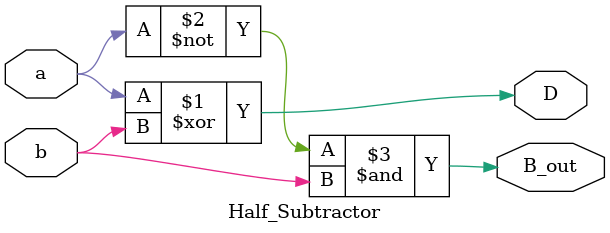
<source format=v>
`timescale 1ns / 1ps
module Half_Subtractor(
    input a, b,
    output D, B_out
);
assign D      = a ^ b; 
assign B_out = (~a) & b;

endmodule

</source>
